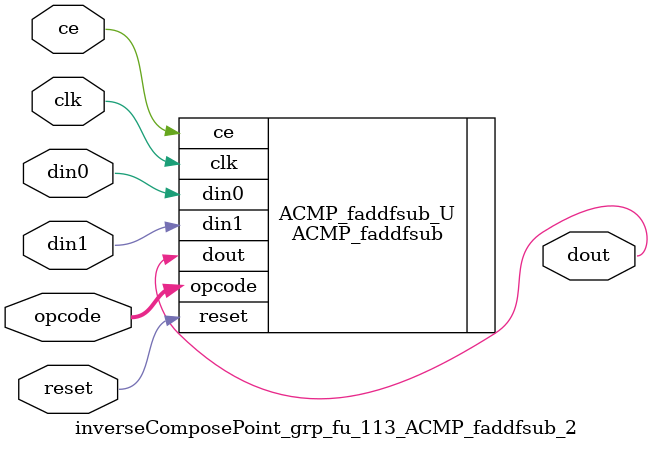
<source format=v>

`timescale 1 ns / 1 ps
module inverseComposePoint_grp_fu_113_ACMP_faddfsub_2(
    clk,
    reset,
    ce,
    din0,
    din1,
    opcode,
    dout);

parameter ID = 32'd1;
parameter NUM_STAGE = 32'd1;
parameter din0_WIDTH = 32'd1;
parameter din1_WIDTH = 32'd1;
parameter dout_WIDTH = 32'd1;
input clk;
input reset;
input ce;
input[din0_WIDTH - 1:0] din0;
input[din1_WIDTH - 1:0] din1;
input[2 - 1:0] opcode;
output[dout_WIDTH - 1:0] dout;



ACMP_faddfsub #(
.ID( ID ),
.NUM_STAGE( 4 ),
.din0_WIDTH( din0_WIDTH ),
.din1_WIDTH( din1_WIDTH ),
.dout_WIDTH( dout_WIDTH ))
ACMP_faddfsub_U(
    .clk( clk ),
    .reset( reset ),
    .ce( ce ),
    .din0( din0 ),
    .din1( din1 ),
    .dout( dout ),
    .opcode( opcode ));

endmodule

</source>
